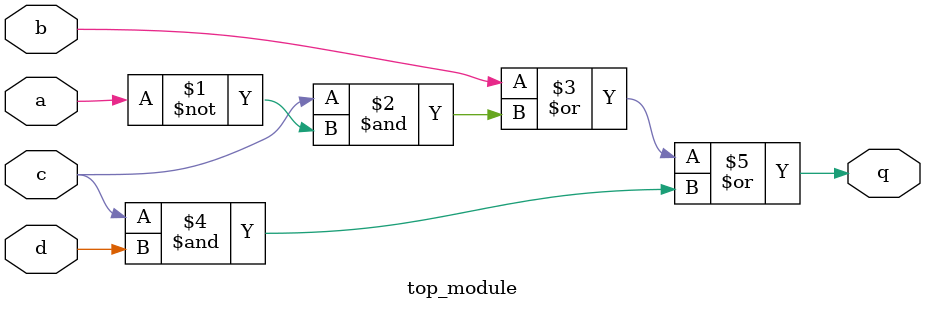
<source format=sv>
module top_module (
    input a,
    input b,
    input c,
    input d,
    output q
);
    assign q = (b) | (c & ~a) | (c & d);
endmodule

</source>
